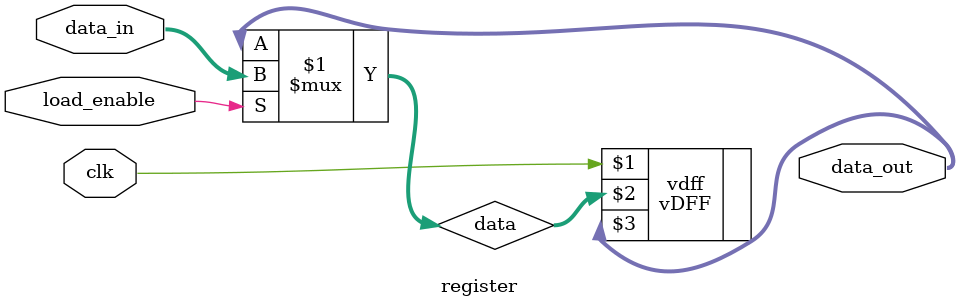
<source format=v>
module regfile(data_in,writenum,write,readnum,clk,data_out);
    input [15:0] data_in;
    input [2:0] writenum, readnum;
    input write, clk;
    output [15:0] data_out;
    
    wire [15:0] R0, R1, R2, R3, R4, R5, R6, R7;
    wire [7:0] load_enable, read_enable;

    dec #(3,8) write_dec(writenum, load_enable);
    dec #(3,8) read_dec(readnum, read_enable);

    reg [15:0] data_out;
    always @(*) begin
        case(read_enable)
            8'b0000_0001: data_out = R0;
            8'b0000_0010: data_out = R1;
            8'b0000_0100: data_out = R2;
            8'b0000_1000: data_out = R3;
            8'b0001_0000: data_out = R4;
            8'b0010_0000: data_out = R5;
            8'b0100_0000: data_out = R6;
            8'b1000_0000: data_out = R7;
            default: data_out = {16{1'bx}};
        endcase
    end

    register #(16) r0(clk, load_enable[0] & write, data_in, R0);
    register #(16) r1(clk, load_enable[1] & write, data_in, R1);
    register #(16) r2(clk, load_enable[2] & write, data_in, R2);
    register #(16) r3(clk, load_enable[3] & write, data_in, R3);
    register #(16) r4(clk, load_enable[4] & write, data_in, R4);
    register #(16) r5(clk, load_enable[5] & write, data_in, R5);
    register #(16) r6(clk, load_enable[6] & write, data_in, R6);
    register #(16) r7(clk, load_enable[7] & write, data_in, R7);

endmodule

module dec(in, out);
    parameter n = 2, m = 4;
    input [n-1:0] in;
    output [m-1:0] out;

    assign out = 1 << in;
endmodule

module register(clk, load_enable, data_in, data_out);
    parameter n = 2;
    input clk, load_enable;
    input [n-1:0] data_in;
    output [n-1:0] data_out;

    wire [n-1:0] data = load_enable ? data_in : data_out;

    vDFF #(n) vdff(clk, data, data_out);
endmodule
</source>
